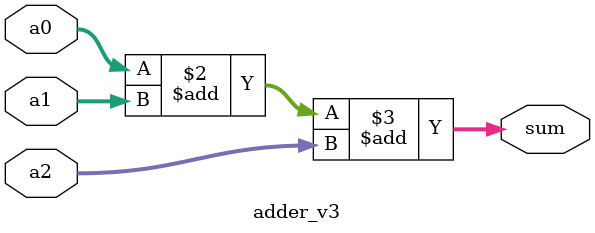
<source format=sv>
module adder_v3
#(
  parameter W = 8
)
(
  input logic signed [W - 1 : 0] a0, a1, a2,
  output logic signed [W + 1 : 0] sum
);

  always_comb sum = a0 + a1 + a2;
endmodule


</source>
